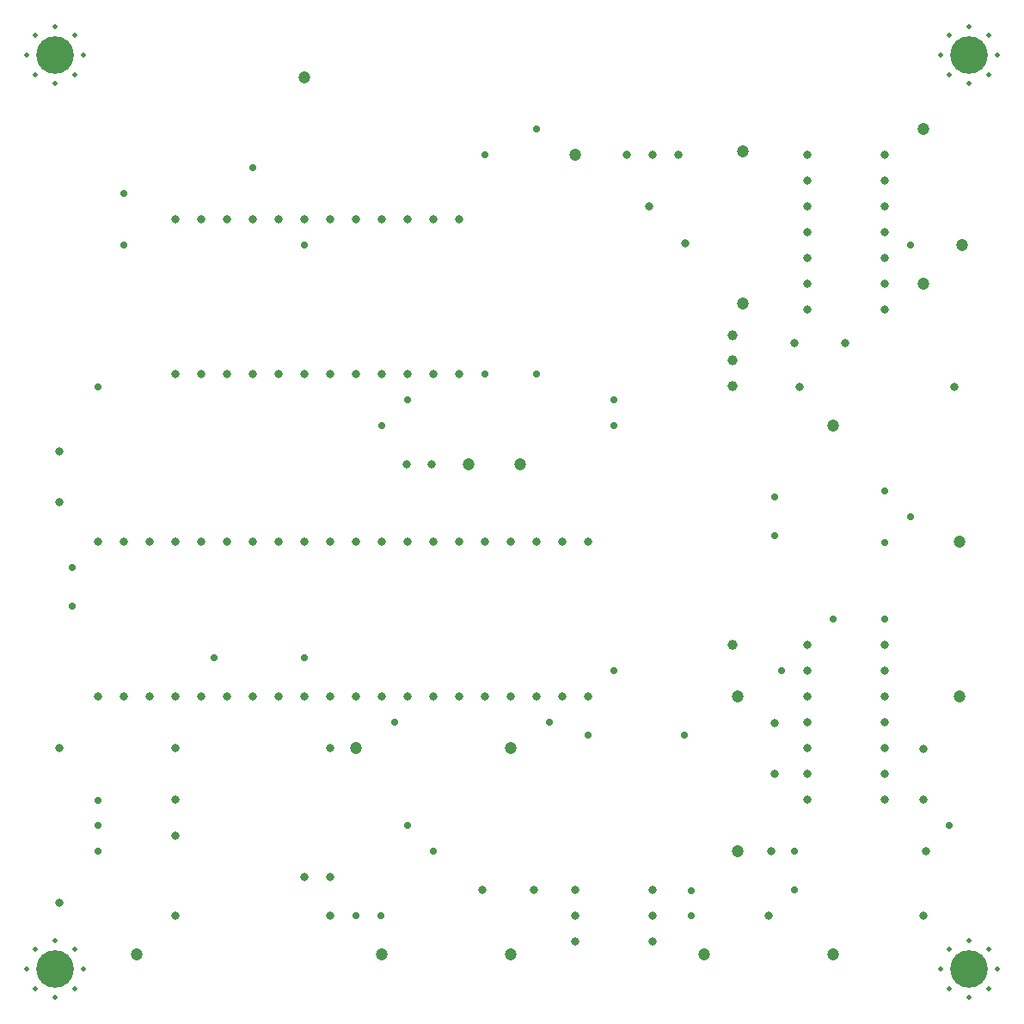
<source format=gbr>
%TF.GenerationSoftware,KiCad,Pcbnew,(6.0.10)*%
%TF.CreationDate,2022-12-28T21:34:22+01:00*%
%TF.ProjectId,Melodieklingel_FA86,4d656c6f-6469-4656-9b6c-696e67656c5f,3*%
%TF.SameCoordinates,Original*%
%TF.FileFunction,Plated,1,2,PTH,Drill*%
%TF.FilePolarity,Positive*%
%FSLAX46Y46*%
G04 Gerber Fmt 4.6, Leading zero omitted, Abs format (unit mm)*
G04 Created by KiCad (PCBNEW (6.0.10)) date 2022-12-28 21:34:22*
%MOMM*%
%LPD*%
G01*
G04 APERTURE LIST*
%TA.AperFunction,ComponentDrill*%
%ADD10C,0.500000*%
%TD*%
%TA.AperFunction,ViaDrill*%
%ADD11C,0.700000*%
%TD*%
%TA.AperFunction,ComponentDrill*%
%ADD12C,0.700000*%
%TD*%
%TA.AperFunction,ComponentDrill*%
%ADD13C,0.800000*%
%TD*%
%TA.AperFunction,ComponentDrill*%
%ADD14C,1.000000*%
%TD*%
%TA.AperFunction,ComponentDrill*%
%ADD15C,1.200000*%
%TD*%
%TA.AperFunction,ComponentDrill*%
%ADD16C,3.700000*%
%TD*%
G04 APERTURE END LIST*
D10*
%TO.C,H1*%
X102225000Y-60000000D03*
%TO.C,H3*%
X102225000Y-150000000D03*
%TO.C,H1*%
X103037779Y-58037779D03*
X103037779Y-61962221D03*
%TO.C,H3*%
X103037779Y-148037779D03*
X103037779Y-151962221D03*
%TO.C,H1*%
X105000000Y-57225000D03*
X105000000Y-62775000D03*
%TO.C,H3*%
X105000000Y-147225000D03*
X105000000Y-152775000D03*
%TO.C,H1*%
X106962221Y-58037779D03*
X106962221Y-61962221D03*
%TO.C,H3*%
X106962221Y-148037779D03*
X106962221Y-151962221D03*
%TO.C,H1*%
X107775000Y-60000000D03*
%TO.C,H3*%
X107775000Y-150000000D03*
%TO.C,H2*%
X192225000Y-60000000D03*
%TO.C,H4*%
X192225000Y-150000000D03*
%TO.C,H2*%
X193037779Y-58037779D03*
X193037779Y-61962221D03*
%TO.C,H4*%
X193037779Y-148037779D03*
X193037779Y-151962221D03*
%TO.C,H2*%
X195000000Y-57225000D03*
X195000000Y-62775000D03*
%TO.C,H4*%
X195000000Y-147225000D03*
X195000000Y-152775000D03*
%TO.C,H2*%
X196962221Y-58037779D03*
X196962221Y-61962221D03*
%TO.C,H4*%
X196962221Y-148037779D03*
X196962221Y-151962221D03*
%TO.C,H2*%
X197775000Y-60000000D03*
%TO.C,H4*%
X197775000Y-150000000D03*
%TD*%
D11*
X106680000Y-110490000D03*
X106680000Y-114300000D03*
X109220000Y-92710000D03*
X111760000Y-73660000D03*
X111760000Y-78740000D03*
X120650000Y-119380000D03*
X124457860Y-71117860D03*
X129540000Y-78740000D03*
X129540000Y-119380000D03*
X137160000Y-96520000D03*
X138430000Y-125730000D03*
X139700000Y-93980000D03*
X139700000Y-135890000D03*
X142240000Y-138430000D03*
X147320000Y-69850000D03*
X147320000Y-91440000D03*
X152400000Y-67310000D03*
X152400000Y-91440000D03*
X153670000Y-125730000D03*
X157480000Y-127000000D03*
X160020000Y-93980000D03*
X160020000Y-96520000D03*
X160020000Y-120650000D03*
X167005000Y-127000000D03*
X175895000Y-103505000D03*
X175895000Y-107315000D03*
X176530000Y-120650000D03*
X177800000Y-138430000D03*
X177800000Y-142240000D03*
X181610000Y-115570000D03*
X186682496Y-115577504D03*
X189230000Y-78740000D03*
X193040000Y-135890000D03*
D12*
%TO.C,VT1*%
X109220000Y-133410000D03*
X109220000Y-135910000D03*
X109220000Y-138410000D03*
%TO.C,VD1*%
X134620000Y-144780000D03*
X137120000Y-144780000D03*
%TO.C,VD100*%
X167640000Y-142280000D03*
X167640000Y-144780000D03*
%TO.C,VT2*%
X186690000Y-102960000D03*
X186690000Y-108040000D03*
X189230000Y-105500000D03*
D13*
%TO.C,C100*%
X105410000Y-99060000D03*
X105410000Y-104060000D03*
%TO.C,R6*%
X105410000Y-128270000D03*
X105410000Y-143510000D03*
%TO.C,D2*%
X109220000Y-107950000D03*
X109220000Y-123190000D03*
X111760000Y-107950000D03*
X111760000Y-123190000D03*
X114300000Y-107950000D03*
X114300000Y-123190000D03*
%TO.C,D3*%
X116835000Y-76205000D03*
X116835000Y-91445000D03*
%TO.C,D2*%
X116840000Y-107950000D03*
X116840000Y-123190000D03*
%TO.C,R3*%
X116840000Y-128270000D03*
%TO.C,C4*%
X116840000Y-133350000D03*
X116840000Y-136850000D03*
%TO.C,R5*%
X116840000Y-144780000D03*
%TO.C,D3*%
X119375000Y-76205000D03*
X119375000Y-91445000D03*
%TO.C,D2*%
X119380000Y-107950000D03*
X119380000Y-123190000D03*
%TO.C,D3*%
X121915000Y-76205000D03*
X121915000Y-91445000D03*
%TO.C,D2*%
X121920000Y-107950000D03*
X121920000Y-123190000D03*
%TO.C,D3*%
X124455000Y-76205000D03*
X124455000Y-91445000D03*
%TO.C,D2*%
X124460000Y-107950000D03*
X124460000Y-123190000D03*
%TO.C,D3*%
X126995000Y-76205000D03*
X126995000Y-91445000D03*
%TO.C,D2*%
X127000000Y-107950000D03*
X127000000Y-123190000D03*
%TO.C,D3*%
X129535000Y-76205000D03*
X129535000Y-91445000D03*
%TO.C,D2*%
X129540000Y-107950000D03*
X129540000Y-123190000D03*
%TO.C,C3*%
X129580000Y-140970000D03*
%TO.C,D3*%
X132075000Y-76205000D03*
X132075000Y-91445000D03*
%TO.C,D2*%
X132080000Y-107950000D03*
X132080000Y-123190000D03*
%TO.C,R3*%
X132080000Y-128270000D03*
%TO.C,C3*%
X132080000Y-140970000D03*
%TO.C,R5*%
X132080000Y-144780000D03*
%TO.C,D3*%
X134615000Y-76205000D03*
X134615000Y-91445000D03*
%TO.C,D2*%
X134620000Y-107950000D03*
X134620000Y-123190000D03*
%TO.C,D3*%
X137155000Y-76205000D03*
X137155000Y-91445000D03*
%TO.C,D2*%
X137160000Y-107950000D03*
X137160000Y-123190000D03*
%TO.C,C2*%
X139602651Y-100330000D03*
%TO.C,D3*%
X139695000Y-76205000D03*
X139695000Y-91445000D03*
%TO.C,D2*%
X139700000Y-107950000D03*
X139700000Y-123190000D03*
%TO.C,C2*%
X142102651Y-100330000D03*
%TO.C,D3*%
X142235000Y-76205000D03*
X142235000Y-91445000D03*
%TO.C,D2*%
X142240000Y-107950000D03*
X142240000Y-123190000D03*
%TO.C,D3*%
X144775000Y-76205000D03*
X144775000Y-91445000D03*
%TO.C,D2*%
X144780000Y-107950000D03*
X144780000Y-123190000D03*
%TO.C,R101*%
X147095000Y-142240000D03*
%TO.C,D2*%
X147320000Y-107950000D03*
X147320000Y-123190000D03*
X149860000Y-107950000D03*
X149860000Y-123190000D03*
%TO.C,R101*%
X152175000Y-142240000D03*
%TO.C,D2*%
X152400000Y-107950000D03*
X152400000Y-123190000D03*
X154940000Y-107950000D03*
X154940000Y-123190000D03*
%TO.C,D100*%
X156210000Y-142225000D03*
X156210000Y-144765000D03*
X156210000Y-147305000D03*
%TO.C,D2*%
X157480000Y-107950000D03*
X157480000Y-123190000D03*
%TO.C,R1*%
X161290000Y-69850000D03*
%TO.C,R2*%
X163463048Y-74930000D03*
%TO.C,R1*%
X163830000Y-69850000D03*
%TO.C,D100*%
X163830000Y-142225000D03*
X163830000Y-144765000D03*
X163830000Y-147305000D03*
%TO.C,R1*%
X166370000Y-69850000D03*
%TO.C,R2*%
X167055150Y-78522102D03*
%TO.C,R100*%
X175260000Y-144780000D03*
%TO.C,R9*%
X175514000Y-138430000D03*
%TO.C,C11*%
X175895000Y-125810000D03*
X175895000Y-130810000D03*
%TO.C,C10*%
X177840000Y-88392000D03*
%TO.C,R11*%
X178308000Y-92710000D03*
%TO.C,D4*%
X179060000Y-118115000D03*
X179060000Y-120655000D03*
X179060000Y-123195000D03*
X179060000Y-125735000D03*
X179060000Y-128275000D03*
X179060000Y-130815000D03*
X179060000Y-133355000D03*
%TO.C,D1*%
X179070000Y-69850000D03*
X179070000Y-72390000D03*
X179070000Y-74930000D03*
X179070000Y-77470000D03*
X179070000Y-80010000D03*
X179070000Y-82550000D03*
X179070000Y-85090000D03*
%TO.C,C10*%
X182840000Y-88392000D03*
%TO.C,D4*%
X186680000Y-118115000D03*
X186680000Y-120655000D03*
X186680000Y-123195000D03*
X186680000Y-125735000D03*
X186680000Y-128275000D03*
X186680000Y-130815000D03*
X186680000Y-133355000D03*
%TO.C,D1*%
X186690000Y-69850000D03*
X186690000Y-72390000D03*
X186690000Y-74930000D03*
X186690000Y-77470000D03*
X186690000Y-80010000D03*
X186690000Y-82550000D03*
X186690000Y-85090000D03*
%TO.C,C5*%
X190500000Y-128310000D03*
X190500000Y-133310000D03*
%TO.C,R100*%
X190500000Y-144780000D03*
%TO.C,R9*%
X190754000Y-138430000D03*
%TO.C,R11*%
X193548000Y-92710000D03*
D14*
%TO.C,C6*%
X171704000Y-87586500D03*
X171704000Y-90086500D03*
X171704000Y-92586500D03*
X171704000Y-118086500D03*
D15*
%TO.C,TP2*%
X113030000Y-148590000D03*
%TO.C,TP5*%
X129540000Y-62230000D03*
%TO.C,R12*%
X134620000Y-128270000D03*
%TO.C,TP1*%
X137160000Y-148590000D03*
%TO.C,R4*%
X145750000Y-100330000D03*
%TO.C,R12*%
X149860000Y-128270000D03*
%TO.C,TP102*%
X149860000Y-148590000D03*
%TO.C,R4*%
X150830000Y-100330000D03*
%TO.C,TP0*%
X156210000Y-69850000D03*
%TO.C,TP101*%
X168910000Y-148590000D03*
%TO.C,R8*%
X172212000Y-123190000D03*
X172212000Y-138430000D03*
%TO.C,C1*%
X172720000Y-69462000D03*
X172720000Y-84462000D03*
%TO.C,TP4*%
X181610000Y-96520000D03*
%TO.C,TP100*%
X181610000Y-148590000D03*
%TO.C,R7*%
X190500000Y-67310000D03*
X190500000Y-82550000D03*
%TO.C,R10*%
X194056000Y-107950000D03*
X194056000Y-123190000D03*
%TO.C,TP3*%
X194310000Y-78740000D03*
D16*
%TO.C,H1*%
X105000000Y-60000000D03*
%TO.C,H3*%
X105000000Y-150000000D03*
%TO.C,H2*%
X195000000Y-60000000D03*
%TO.C,H4*%
X195000000Y-150000000D03*
M02*

</source>
